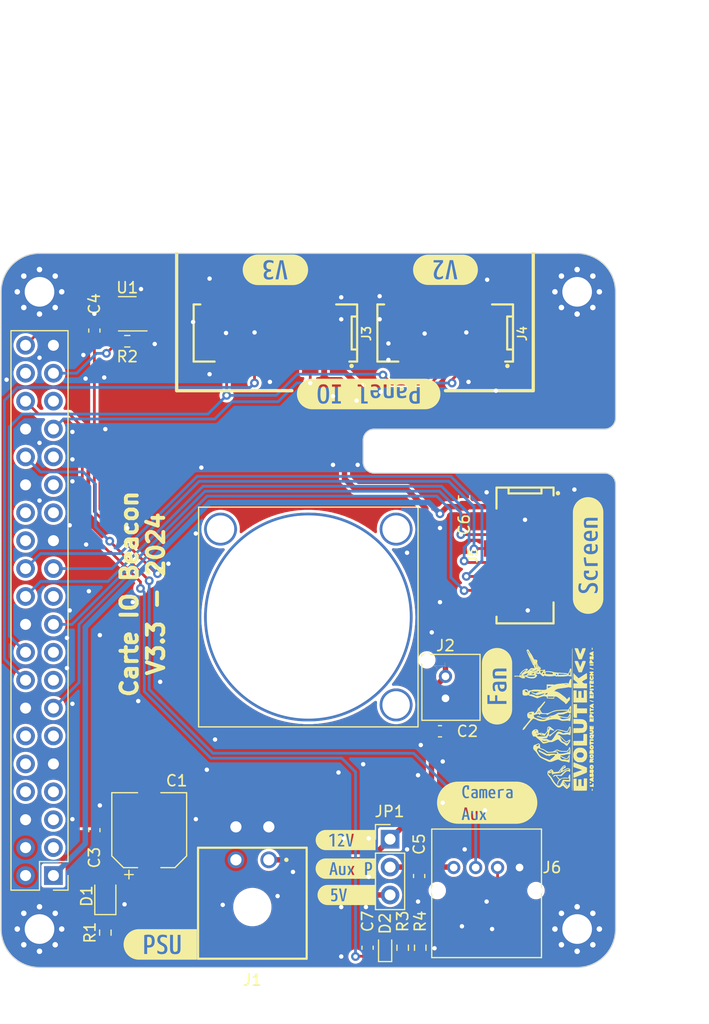
<source format=kicad_pcb>
(kicad_pcb (version 20221018) (generator pcbnew)
  (layers (0 "F.Cu" signal) (31 "B.Cu" signal) (34 "B.Paste" user) (35 "F.Paste" user) (36 "B.SilkS" user "B.Silkscreen") (37 "F.SilkS" user "F.Silkscreen") (38 "B.Mask" user) (39 "F.Mask" user) (44 "Edge.Cuts" user))
  (net 0 "")
  (net 1 "GND")
  (net 2 "+3.3V")
  (net 3 "+5V")
  (net 4 "+12V")
  (net 5 "Net-(D1-K)")
  (net 7 "/LGRE")
  (net 8 "/LRED")
  (net 9 "/BUZZER")
  (net 10 "/RST_H")
  (net 11 "Net-(J6-Pin_1)")
  (net 12 "/RST_S")
  (net 15 "/RST")
  (net 25 "Net-(J6-Pin_3)")
  (net 29 "/RST_OLED")
  (net 34 "/LEDS")
  (net 37 "/CONNECTED")
  (net 39 "/MOSI")
  (net 40 "/CE0")
  (net 41 "/SCLK")
  (net 42 "/DC")
  (footprint "kibuzzard-65F478FE" (layer "F.Cu") (at 36 115.4)
    (fp_text reference "kibuzzard-65F478FE" hide)
    (fp_text value "G***" hide)
  )
  (footprint "Resistor_SMD:R_0603_1608Metric" (layer "F.Cu") (at 58.1 115.7 90)
    (fp_text reference "R3" (at 2.4 0 90) (layer "F.SilkS"))
    (fp_text value "10K")
    (pad "1" smd roundrect (at -0.825 0 90) (size 0.8 0.95) (layers "F.Cu" "F.Paste" "F.Mask") (net 37 "/CONNECTED"))
    (pad "2" smd roundrect (at 0.825 0 90) (size 0.8 0.95) (layers "F.Cu" "F.Paste" "F.Mask") (net 25 "Net-(J6-Pin_3)"))
  )
  (footprint "ConnectorsEvo:690367281076" (layer "F.Cu") (at 46.5 59.75 180)
    (fp_text reference "J3" (at -8.3 -0.05 90) (layer "F.SilkS") (effects (font (size 0.8 0.8))))
    (fp_text value "Panel IO - Old")
    (pad "1" smd rect (at -5.715 -2.25 180) (size 1.5 3) (layers "F.Cu" "F.Paste" "F.Mask") (net 4 "+12V"))
    (pad "2" smd rect (at -4.445 2.25 180) (size 1.5 3) (layers "F.Cu" "F.Paste" "F.Mask"))
    (pad "3" smd rect (at -3.175 -2.25 180) (size 1.5 3) (layers "F.Cu" "F.Paste" "F.Mask") (net 9 "/BUZZER"))
    (pad "4" smd rect (at -1.905 2.25 180) (size 1.5 3) (layers "F.Cu" "F.Paste" "F.Mask"))
    (pad "5" smd rect (at -0.635 -2.25 180) (size 1.5 3) (layers "F.Cu" "F.Paste" "F.Mask") (net 1 "GND"))
    (pad "6" smd rect (at 0.635 2.25 180) (size 1.5 3) (layers "F.Cu" "F.Paste" "F.Mask"))
    (pad "7" smd rect (at 1.905 -2.25 180) (size 1.5 3) (layers "F.Cu" "F.Paste" "F.Mask") (net 8 "/LRED"))
    (pad "8" smd rect (at 3.175 2.25 180) (size 1.5 3) (layers "F.Cu" "F.Paste" "F.Mask"))
    (pad "9" smd rect (at 4.445 -2.25 180) (size 1.5 3) (layers "F.Cu" "F.Paste" "F.Mask") (net 7 "/LGRE"))
    (pad "10" smd rect (at 5.715 2.25 180) (size 1.5 3) (layers "F.Cu" "F.Paste" "F.Mask") (net 10 "/RST_H"))
  )
  (footprint "kibuzzard-65F47B56" (layer "F.Cu") (at 52.9 105.9)
    (fp_text reference "kibuzzard-65F47B56" hide)
    (fp_text value "G***" hide)
  )
  (footprint "Capacitor_SMD:C_0603_1608Metric" (layer "F.Cu") (at 63.7 74.7 -90)
    (fp_text reference "C6" (at 2.5 0 90) (layer "F.SilkS"))
    (fp_text value "4.7uF")
    (pad "1" smd roundrect (at -0.775 0 270) (size 0.9 0.95) (layers "F.Cu" "F.Paste" "F.Mask") (net 1 "GND"))
    (pad "2" smd roundrect (at 0.775 0 270) (size 0.9 0.95) (layers "F.Cu" "F.Paste" "F.Mask") (net 2 "+3.3V"))
  )
  (footprint "kibuzzard-65F47874" (layer "F.Cu") (at 46.5 54 180)
    (fp_text reference "kibuzzard-65F47874" hide)
    (fp_text value "G***" hide)
  )
  (footprint "Resistor_SMD:R_0603_1608Metric" (layer "F.Cu") (at 33 60.5)
    (fp_text reference "R2" (at 0 1.4) (layer "F.SilkS"))
    (fp_text value "10K")
    (pad "1" smd roundrect (at -0.825 0) (size 0.8 0.95) (layers "F.Cu" "F.Paste" "F.Mask") (net 12 "/RST_S"))
    (pad "2" smd roundrect (at 0.825 0) (size 0.8 0.95) (layers "F.Cu" "F.Paste" "F.Mask") (net 1 "GND"))
  )
  (footprint "Capacitor_SMD:C_0603_1608Metric" (layer "F.Cu") (at 61.5 96 180)
    (fp_text reference "C2" (at -2.5 0 180) (layer "F.SilkS"))
    (fp_text value "4.7uF")
    (pad "1" smd roundrect (at -0.775 0 180) (size 0.9 0.95) (layers "F.Cu" "F.Paste" "F.Mask") (net 1 "GND"))
    (pad "2" smd roundrect (at 0.775 0 180) (size 0.9 0.95) (layers "F.Cu" "F.Paste" "F.Mask") (net 4 "+12V"))
  )
  (footprint "kibuzzard-65F47805" (layer "F.Cu") (at 55 65.3 180)
    (fp_text reference "kibuzzard-65F47805" hide)
    (fp_text value "G***" hide)
  )
  (footprint "ConnectorsEvo:690367280876" (layer "F.Cu") (at 69.25 80 -90)
    (fp_text reference "J5" (at 0 4.75 -90) (layer "F.SilkS") (effects (font (size 0.8 0.8))))
    (fp_text value "Screen")
    (pad "1" smd rect (at -4.445 -2.25 270) (size 1.5 3) (layers "F.Cu" "F.Paste" "F.Mask") (net 2 "+3.3V"))
    (pad "2" smd rect (at -3.175 2.25 270) (size 1.5 3) (layers "F.Cu" "F.Paste" "F.Mask") (net 1 "GND"))
    (pad "3" smd rect (at -1.905 -2.25 270) (size 1.5 3) (layers "F.Cu" "F.Paste" "F.Mask") (net 39 "/MOSI"))
    (pad "4" smd rect (at -0.635 2.25 270) (size 1.5 3) (layers "F.Cu" "F.Paste" "F.Mask") (net 41 "/SCLK"))
    (pad "5" smd rect (at 0.635 -2.25 270) (size 1.5 3) (layers "F.Cu" "F.Paste" "F.Mask") (net 40 "/CE0"))
    (pad "6" smd rect (at 1.905 2.25 270) (size 1.5 3) (layers "F.Cu" "F.Paste" "F.Mask") (net 42 "/DC"))
    (pad "7" smd rect (at 3.175 -2.25 270) (size 1.5 3) (layers "F.Cu" "F.Paste" "F.Mask") (net 29 "/RST_OLED"))
    (pad "8" smd rect (at 4.445 2.25 270) (size 1.5 3) (layers "F.Cu" "F.Paste" "F.Mask"))
  )
  (footprint "Capacitor_SMD:C_0603_1608Metric" (layer "F.Cu") (at 54.9 115.7 -90)
    (fp_text reference "C7" (at -2.4 0 90) (layer "F.SilkS"))
    (fp_text value "100nF")
    (pad "1" smd roundrect (at -0.775 0 270) (size 0.9 0.95) (layers "F.Cu" "F.Paste" "F.Mask") (net 1 "GND"))
    (pad "2" smd roundrect (at 0.775 0 270) (size 0.9 0.95) (layers "F.Cu" "F.Paste" "F.Mask") (net 37 "/CONNECTED"))
  )
  (footprint "kibuzzard-65F478C7" (layer "F.Cu") (at 66.7 91.9 90)
    (fp_text reference "kibuzzard-65F478C7" hide)
    (fp_text value "G***" hide)
  )
  (footprint "ComponentsEvo:20x20x10_DC_FAN" (layer "F.Cu") (at 49.5 85.6 -90)
    (fp_text reference "M1" hide)
    (fp_text value "Fan_20x20mm")
    (pad "" np_thru_hole circle (at -8 -8 270) (size 3 3) (drill 2.5) (layers "*.Cu" "*.Mask"))
    (pad "" np_thru_hole circle (at -8 8) (size 3 3) (drill 2.5) (layers "*.Cu" "*.Mask"))
    (pad "" np_thru_hole circle (at 0 0 270) (size 19 19) (drill 18.5) (layers "*.Cu" "*.Mask"))
    (pad "" np_thru_hole circle (at 8 -8 270) (size 3 3) (drill 2.5) (layers "*.Cu" "*.Mask"))
  )
  (footprint "kibuzzard-65F478A9" (layer "F.Cu") (at 75 80 90)
    (fp_text reference "kibuzzard-65F478A9" hide)
    (fp_text value "G***" hide)
  )
  (footprint "ComponentsEvo:logo-evo-min" (layer "F.Cu") (at 71.760768 94.823673 90)
    (fp_text reference "G***" hide)
    (fp_text value "LOGO" hide)
  )
  (footprint "ConnectorsEvo:S04B-PASK" (layer "F.Cu") (at 65.75 108.4 180)
    (fp_text reference "J6" (at -5.95 0) (layer "F.SilkS"))
    (fp_text value "CACA")
    (pad "" np_thru_hole circle (at -4.5 -2.1 180) (size 1.1 1.1) (drill 1.1) (layers "*.Cu" "*.Mask"))
    (pad "" np_thru_hole circle (at 4.5 -2.1 180) (size 1.1 1.1) (drill 1.1) (layers "*.Cu" "*.Mask"))
    (pad "1" thru_hole circle (at 3 0 180) (size 1.208 1.208) (drill 0.7) (layers "*.Cu" "*.Mask" "B.Adhes") (net 11 "Net-(J6-Pin_1)"))
    (pad "2" thru_hole circle (at 1 0 180) (size 1.208 1.208) (drill 0.7) (layers "*.Cu" "*.Mask") (net 34 "/LEDS"))
    (pad "3" thru_hole circle (at -1 0 180) (size 1.208 1.208) (drill 0.7) (layers "*.Cu" "*.Mask") (net 25 "Net-(J6-Pin_3)"))
    (pad "4" thru_hole circle (at -3 0 180) (size 1.208 1.208) (drill 0.7) (layers "*.Cu" "*.Mask") (net 1 "GND"))
  )
  (footprint "Package_TO_SOT_SMD:SOT-23-5" (layer "F.Cu") (at 33 58 180)
    (fp_text reference "U1" (at 0 2.375) (layer "F.SilkS"))
    (fp_text value "SN74LVC1G32")
    (pad "1" smd roundrect (at -1.1375 -0.95 180) (size 1.325 0.6) (layers "F.Cu" "F.Paste" "F.Mask") (net 10 "/RST_H"))
    (pad "2" smd roundrect (at -1.1375 0 180) (size 1.325 0.6) (layers "F.Cu" "F.Paste" "F.Mask") (net 12 "/RST_S"))
    (pad "3" smd roundrect (at -1.1375 0.95 180) (size 1.325 0.6) (layers "F.Cu" "F.Paste" "F.Mask") (net 1 "GND"))
    (pad "4" smd roundrect (at 1.1375 0.95 180) (size 1.325 0.6) (layers "F.Cu" "F.Paste" "F.Mask") (net 15 "/RST"))
    (pad "5" smd roundrect (at 1.1375 -0.95 180) (size 1.325 0.6) (layers "F.Cu" "F.Paste" "F.Mask") (net 2 "+3.3V"))
  )
  (footprint "Capacitor_SMD:C_0603_1608Metric" (layer "F.Cu") (at 30 59.525 -90)
    (fp_text reference "C4" (at -2.425 0 90) (layer "F.SilkS"))
    (fp_text value "100nF")
    (pad "1" smd roundrect (at -0.775 0 270) (size 0.9 0.95) (layers "F.Cu" "F.Paste" "F.Mask") (net 1 "GND"))
    (pad "2" smd roundrect (at 0.775 0 270) (size 0.9 0.95) (layers "F.Cu" "F.Paste" "F.Mask") (net 2 "+3.3V"))
  )
  (footprint "ConnectorsEvo:690367280876" (layer "F.Cu") (at 61.975 59.75 180)
    (fp_text reference "J4" (at -7.025 -0.05 90) (layer "F.SilkS") (effects (font (size 0.8 0.8))))
    (fp_text value "Panel IO")
    (pad "1" smd rect (at -4.445 -2.25 180) (size 1.5 3) (layers "F.Cu" "F.Paste" "F.Mask") (net 4 "+12V"))
    (pad "2" smd rect (at -3.175 2.25 180) (size 1.5 3) (layers "F.Cu" "F.Paste" "F.Mask") (net 10 "/RST_H"))
    (pad "3" smd rect (at -1.905 -2.25 180) (size 1.5 3) (layers "F.Cu" "F.Paste" "F.Mask") (net 9 "/BUZZER"))
    (pad "4" smd rect (at -0.635 2.25 180) (size 1.5 3) (layers "F.Cu" "F.Paste" "F.Mask"))
    (pad "5" smd rect (at 0.635 -2.25 180) (size 1.5 3) (layers "F.Cu" "F.Paste" "F.Mask") (net 7 "/LGRE"))
    (pad "6" smd rect (at 1.905 2.25 180) (size 1.5 3) (layers "F.Cu" "F.Paste" "F.Mask") (net 8 "/LRED"))
    (pad "7" smd rect (at 3.175 -2.25 180) (size 1.5 3) (layers "F.Cu" "F.Paste" "F.Mask"))
    (pad "8" smd rect (at 4.445 2.25 180) (size 1.5 3) (layers "F.Cu" "F.Paste" "F.Mask") (net 1 "GND"))
  )
  (footprint "Resistor_SMD:R_0603_1608Metric" (layer "F.Cu") (at 31 114.325 -90)
    (fp_text reference "R1" (at 0 1.4 90) (layer "F.SilkS"))
    (fp_text value "1K")
    (pad "1" smd roundrect (at -0.825 0 270) (size 0.8 0.95) (layers "F.Cu" "F.Paste" "F.Mask") (net 5 "Net-(D1-K)"))
    (pad "2" smd roundrect (at 0.825 0 270) (size 0.8 0.95) (layers "F.Cu" "F.Paste" "F.Mask") (net 1 "GND"))
  )
  (footprint "kibuzzard-65F47AFD" (layer "F.Cu") (at 65.8 102.5)
    (fp_text reference "kibuzzard-65F47AFD" hide)
    (fp_text value "G***" hide)
  )
  (footprint "Diode_SMD:D_0805_2012Metric" (layer "F.Cu") (at 31 111 90)
    (fp_text reference "D1" (at 0 -1.7 90) (layer "F.SilkS"))
    (fp_text value "RED")
    (pad "1" smd roundrect (at -0.9375 0 90) (size 0.975 1.4) (layers "F.Cu" "F.Paste" "F.Mask") (net 5 "Net-(D1-K)"))
    (pad "2" smd roundrect (at 0.9375 0 90) (size 0.975 1.4) (layers "F.Cu" "F.Paste" "F.Mask") (net 3 "+5V"))
  )
  (footprint "ConnectorsEvo:66200421022" (layer "F.Cu") (at 44.4 111.65)
    (fp_text reference "J1" (at 0 7) (layer "F.SilkS"))
    (fp_text value "PSU")
    (pad "" np_thru_hole circle (at 0 0.35) (size 3 3) (drill 3) (layers "*.Cu" "*.Mask"))
    (pad "1" thru_hole circle (at 1.5 -3.95) (size 1.53 1.53) (drill 1.02) (layers "*.Cu" "*.Mask") (net 4 "+12V"))
    (pad "2" thru_hole circle (at -1.5 -3.95) (size 1.53 1.53) (drill 1.02) (layers "*.Cu" "*.Mask") (net 3 "+5V"))
    (pad "3" thru_hole circle (at 1.5 -6.95) (size 1.53 1.53) (drill 1.02) (layers "*.Cu" "*.Mask") (net 1 "GND"))
    (pad "4" thru_hole circle (at -1.5 -6.95) (size 1.53 1.53) (drill 1.02) (layers "*.Cu" "*.Mask") (net 1 "GND"))
  )
  (footprint "Capacitor_SMD:CP_Elec_6.3x7.7" (layer "F.Cu") (at 35 105 90)
    (fp_text reference "C1" (at 4.5 2.5) (layer "F.SilkS"))
    (fp_text value "100uF")
    (pad "1" smd roundrect (at -2.7 0 90) (size 3.5 1.6) (layers "F.Cu" "F.Paste" "F.Mask") (roundrect_rratio 0.15625) (net 3 "+5V"))
    (pad "2" smd roundrect (at 2.7 0 90) (size 3.5 1.6) (layers "F.Cu" "F.Paste" "F.Mask") (roundrect_rratio 0.15625) (net 1 "GND"))
  )
  (footprint "kibuzzard-65F47B76" (layer "F.Cu") (at 53 110.9)
    (fp_text reference "kibuzzard-65F47B76" hide)
    (fp_text value "G***" hide)
  )
  (footprint "Diode_SMD:D_SOD-523" (layer "F.Cu") (at 56.5 115.7 90)
    (fp_text reference "D2" (at 2.2 0 90) (layer "F.SilkS"))
    (fp_text value "3V")
    (pad "1" smd roundrect (at -0.7 0 270) (size 0.6 0.7) (layers "F.Cu" "F.Paste" "F.Mask") (net 37 "/CONNECTED"))
    (pad "2" smd roundrect (at 0.7 0 270) (size 0.6 0.7) (layers "F.Cu" "F.Paste" "F.Mask") (net 1 "GND"))
  )
  (footprint "ConnectorsEvo:B02B-PASK" (layer "F.Cu") (at 62 92 90)
    (fp_text reference "J2" (at 3.8 0 180) (layer "F.SilkS"))
    (fp_text value "FAN")
    (fp_text user "1" (at 1.968 -0.5 90) (layer "F.SilkS") (effects (font (thickness 0.015))))
    (pad "" np_thru_hole circle (at 2.5 -1.7 90) (size 1.1 1.1) (drill 1.1) (layers "*.Cu" "*.Mask"))
    (pad "1" thru_hole circle (at 1 0 90) (size 1.208 1.208) (drill 0.7) (layers "*.Cu" "*.Mask" "B.Adhes") (net 4 "+12V"))
    (pad "2" thru_hole circle (at -1 0 90) (size 1.208 1.208) (drill 0.7) (layers "*.Cu" "*.Mask") (net 1 "GND"))
  )
  (footprint "Capacitor_SMD:C_0603_1608Metric" (layer "F.Cu") (at 59.6 109.175 90)
    (fp_text reference "C5" (at 2.9 0 90) (layer "F.SilkS"))
    (fp_text value "4.7uF")
    (pad "1" smd roundrect (at -0.775 0 90) (size 0.9 0.95) (layers "F.Cu" "F.Paste" "F.Mask") (net 1 "GND"))
    (pad "2" smd roundrect (at 0.775 0 90) (size 0.9 0.95) (layers "F.Cu" "F.Paste" "F.Mask") (net 11 "Net-(J6-Pin_1)"))
  )
  (footprint "ComponentsEvo:Shield_Raspberry_Pi_with_11mm_Header" (layer "F.Cu") (at 25 85)
    (fp_text reference "U2" hide)
    (fp_text value "RaspberryPI")
    (pad "1" thru_hole rect locked (at 1.27 24.13 180) (size 1.7 1.7) (drill 1) (layers "*.Cu" "*.Mask") (net 2 "+3.3V"))
    (pad "2" thru_hole oval locked (at -1.27 24.13 180) (size 1.7 1.7) (drill 1) (layers "*.Cu" "*.Mask") (net 3 "+5V"))
    (pad "3" thru_hole oval locked (at 1.27 21.59 180) (size 1.7 1.7) (drill 1) (layers "*.Cu" "*.Mask"))
    (pad "4" thru_hole oval locked (at -1.27 21.59 180) (size 1.7 1.7) (drill 1) (layers "*.Cu" "*.Mask") (net 3 "+5V"))
    (pad "5" thru_hole oval locked (at 1.27 19.05 180) (size 1.7 1.7) (drill 1) (layers "*.Cu" "*.Mask"))
    (pad "6" thru_hole oval locked (at -1.27 19.05 180) (size 1.7 1.7) (drill 1) (layers "*.Cu" "*.Mask") (net 1 "GND"))
    (pad "7" thru_hole oval locked (at 1.27 16.51 180) (size 1.7 1.7) (drill 1) (layers "*.Cu" "*.Mask"))
    (pad "8" thru_hole oval locked (at -1.27 16.51 180) (size 1.7 1.7) (drill 1) (layers "*.Cu" "*.Mask"))
    (pad "9" thru_hole oval locked (at 1.27 13.97 180) (size 1.7 1.7) (drill 1) (layers "*.Cu" "*.Mask") (net 1 "GND"))
    (pad "10" thru_hole oval locked (at -1.27 13.97 180) (size 1.7 1.7) (drill 1) (layers "*.Cu" "*.Mask"))
    (pad "11" thru_hole oval locked (at 1.27 11.43 180) (size 1.7 1.7) (drill 1) (layers "*.Cu" "*.Mask"))
    (pad "12" thru_hole oval locked (at -1.27 11.43 180) (size 1.7 1.7) (drill 1) (layers "*.Cu" "*.Mask"))
    (pad "13" thru_hole oval locked (at 1.27 8.89 180) (size 1.7 1.7) (drill 1) (layers "*.Cu" "*.Mask") (net 29 "/RST_OLED"))
    (pad "14" thru_hole oval locked (at -1.27 8.89 180) (size 1.7 1.7) (drill 1) (layers "*.Cu" "*.Mask") (net 1 "GND"))
    (pad "15" thru_hole oval locked (at 1.27 6.35 180) (size 1.7 1.7) (drill 1) (layers "*.Cu" "*.Mask"))
    (pad "16" thru_hole oval locked (at -1.27 6.35 180) (size 1.7 1.7) (drill 1) (layers "*.Cu" "*.Mask") (net 8 "/LRED"))
    (pad "17" thru_hole oval locked (at 1.27 3.81 180) (size 1.7 1.7) (drill 1) (layers "*.Cu" "*.Mask"))
    (pad "18" thru_hole oval locked (at -1.27 3.81 180) (size 1.7 1.7) (drill 1) (layers "*.Cu" "*.Mask") (net 7 "/LGRE"))
    (pad "19" thru_hole oval locked (at 1.27 1.27 180) (size 1.7 1.7) (drill 1) (layers "*.Cu" "*.Mask") (net 39 "/MOSI"))
    (pad "20" thru_hole oval locked (at -1.27 1.27 180) (size 1.7 1.7) (drill 1) (layers "*.Cu" "*.Mask") (net 1 "GND"))
    (pad "21" thru_hole oval locked (at 1.27 -1.27 180) (size 1.7 1.7) (drill 1) (layers "*.Cu" "*.Mask"))
    (pad "22" thru_hole oval locked (at -1.27 -1.27 180) (size 1.7 1.7) (drill 1) (layers "*.Cu" "*.Mask") (net 40 "/CE0"))
    (pad "23" thru_hole oval locked (at 1.27 -3.81 180) (size 1.7 1.7) (drill 1) (layers "*.Cu" "*.Mask") (net 41 "/SCLK"))
    (pad "24" thru_hole oval locked (at -1.27 -3.81 180) (size 1.7 1.7) (drill 1) (layers "*.Cu" "*.Mask") (net 42 "/DC"))
    (pad "25" thru_hole oval locked (at 1.27 -6.35 180) (size 1.7 1.7) (drill 1) (layers "*.Cu" "*.Mask") (net 1 "GND"))
    (pad "26" thru_hole oval locked (at -1.27 -6.35 180) (size 1.7 1.7) (drill 1) (layers "*.Cu" "*.Mask"))
    (pad "27" thru_hole oval locked (at 1.27 -8.89 180) (size 1.7 1.7) (drill 1) (layers "*.Cu" "*.Mask"))
    (pad "28" thru_hole oval locked (at -1.27 -8.89 180) (size 1.7 1.7) (drill 1) (layers "*.Cu" "*.Mask"))
    (pad "29" thru_hole oval locked (at 1.27 -11.43 180) (size 1.7 1.7) (drill 1) (layers "*.Cu" "*.Mask"))
    (pad "30" thru_hole oval locked (at -1.27 -11.43 180) (size 1.7 1.7) (drill 1) (layers "*.Cu" "*.Mask") (net 1 "GND"))
    (pad "31" thru_hole oval locked (at 1.27 -13.97 180) (size 1.7 1.7) (drill 1) (layers "*.Cu" "*.Mask"))
    (pad "32" thru_hole oval locked (at -1.27 -13.97 180) (size 1.7 1.7) (drill 1) (layers "*.Cu" "*.Mask") (net 34 "/LEDS"))
    (pad "33" thru_hole oval locked (at 1.27 -16.51 180) (size 1.7 1.7) (drill 1) (layers "*.Cu" "*.Mask") (net 9 "/BUZZER"))
    (pad "34" thru_hole oval locked (at -1.27 -16.51 180) (size 1.7 1.7) (drill 1) (layers "*.Cu" "*.Mask") (net 1 "GND"))
    (pad "35" thru_hole oval locked (at 1.27 -19.05 180) (size 1.7 1.7) (drill 1) (layers "*.Cu" "*.Mask"))
    (pad "36" thru_hole oval locked (at -1.27 -19.05 180) (size 1.7 1.7) (drill 1) (layers "*.Cu" "*.Mask") (net 37 "/CONNECTED"))
    (pad "37" thru_hole oval locked (at 1.27 -21.59 180) (size 1.7 1.7) (drill 1) (layers "*.Cu" "*.Mask") (net 12 "/RST_S"))
    (pad "38" thru_hole oval locked (at -1.27 -21.59 180) (size 1.7 1.7) (drill 1) (layers "*.Cu" "*.Mask"))
    (pad "39" thru_hole oval locked (at 1.27 -24.13 180) (size 1.7 1.7) (drill 1) (layers "*.Cu" "*.Mask") (net 1 "GND"))
    (pad "40" thru_hole oval locked (at -1.27 -24.13 180) (size 1.7 1.7) (drill 1) (layers "*.Cu" "*.Mask") (net 15 "/RST"))
    (pad "MH" thru_hole circle locked (at -2.025 -29) (size 0.8 0.8) (drill 0.5) (layers "*.Cu" "*.Mask") (net 1 "GND"))
    (pad "MH" thru_hole circle locked (at -2.025 29) (size 0.8 0.8) (drill 0.5) (layers "*.Cu" "*.Mask") (net 1 "GND"))
    (pad "MH" thru_hole circle locked (at -1.431891 -30.431891) (size 0.8 0.8) (drill 0.5) (layers "*.Cu" "*.Mask") (net 1 "GND"))
    (pad "MH" thru_hole circle locked (at -1.431891 -27.568109) (size 0.8 0.8) (drill 0.5) (layers "*.Cu" "*.Mask") (net 1 "GND"))
    (pad "MH" thru_hole circle locked (at -1.431891 27.568109) (size 0.8 0.8) (drill 0.5) (layers "*.Cu" "*.Mask") (net 1 "GND"))
    (pad "MH" thru_hole circle locked (at -1.431891 30.431891) (size 0.8 0.8) (drill 0.5) (layers "*.Cu" "*.Mask") (net 1 "GND"))
    (pad "MH" thru_hole circle locked (at 0 -31.025) (size 0.8 0.8) (drill 0.5) (layers "*.Cu" "*.Mask") (net 1 "GND"))
    (pad "MH" thru_hole circle locked (at 0 -29) (size 5.4 5.4) (drill 2.7) (layers "*.Cu" "*.Mask") (net 1 "GND"))
    (pad "MH" thru_hole circle locked (at 0 -26.975) (size 0.8 0.8) (drill 0.5) (layers "*.Cu" "*.Mask") (net 1 "GND"))
    (pad "MH" thru_hole circle locked (at 0 26.975) (size 0.8 0.8) (drill 0.5) (layers "*.Cu" "*.Mask") (net 1 "GND"))
    (pad "MH" thru_hole circle locked (at 0 29) (size 5.4 5.4) (drill 2.7) (layers "*.Cu" "*.Mask") (net 1 "GND"))
    (pad "MH" thru_hole circle locked (at 0 31.025) (size 0.8 0.8) (drill 0.5) (layers "*.Cu" "*.Mask") (net 1 "GND"))
    (pad "MH" thru_hole circle locked (at 1.431891 -30.431891) (size 0.8 0.8) (drill 0.5) (layers "*.Cu" "*.Mask") (net 1 "GND"))
    (pad "MH" thru_hole circle locked (at 1.431891 -27.568109) (size 0.8 0.8) (drill 0.5) (layers "*.Cu" "*.Mask") (net 1 "GND"))
    (pad "MH" thru_hole circle locked (at 1.431891 27.568109) (size 0.8 0.8) (drill 0.5) (layers "*.Cu" "*.Mask") (net 1 "GND"))
    (pad "MH" thru_hole circle locked (at 1.431891 30.431891) (size 0.8 0.8) (drill 0.5) (layers "*.Cu" "*.Mask") (net 1 "GND"))
    (pad "MH" thru_hole circle locked (at 2.025 -29) (size 0.8 0.8) (drill 0.5) (layers "*.Cu" "*.Mask") (net 1 "GND"))
    (pad "MH" thru_hole circle locked (at 2.025 29) (size 0.8 0.8) (drill 0.5) (layers "*.Cu" "*.Mask") (net 1 "GND"))
    (pad "MH" thru_hole circle locked (at 46.975 -29) (size 0.8 0.8) (drill 0.5) (layers "*.Cu" "*.Mask") (net 1 "GND"))
    (pad "MH" thru_hole circle locked (at 46.975 29) (size 0.8 0.8) (drill 0.5) (layers "*.Cu" "*.Mask") (net 1 "GND"))
    (pad "MH" thru_hole circle locked (at 47.568109 -30.431891) (size 0.8 0.8) (drill 0.5) (layers "*.Cu" "*.Mask") (net 1 "GND"))
    (pad "MH" thru_hole circle locked (at 47.568109 -27.568109) (size 0.8 0.8) (drill 0.5) (layers "*.Cu" "*.Mask") (net 1 "GND"))
    (pad "MH" thru_hole circle locked (at 47.568109 27.568109) (size 0.8 0.8) (drill 0.5) (layers "*.Cu" "*.Mask") (net 1 "GND"))
    (pad "MH" thru_hole circle locked (at 47.568109 30.431891) (size 0.8 0.8) (drill 0.5) (layers "*.Cu" "*.Mask") (net 1 "GND"))
    (pad "MH" thru_hole circle locked (at 49 -31.025) (size 0.8 0.8) (drill 0.5) (layers "*.Cu" "*.Mask") (net 1 "GND"))
    (pad "MH" thru_hole circle locked (at 49 -29) (size 5.4 5.4) (drill 2.7) (layers "*.Cu" "*.Mask") (net 1 "GND"))
    (pad "MH" thru_hole circle locked (at 49 -26.975) (size 0.8 0.8) (drill 0.5) (layers "*.Cu" "*.Mask") (net 1 "GND"))
    (pad "MH" thru_hole circle locked (at 49 26.975) (size 0.8 0.8) (drill 0.5) (layers "*.Cu" "*.Mask") (net 1 "GND"))
    (pad "MH" thru_hole circle locked (at 49 29) (size 5.4 5.4) (drill 2.7) (layers "*.Cu" "*.Mask") (net 1 "GND"))
    (pad "MH" thru_hole circle locked (at 49 31.025) (size 0.8 0.8) (drill 0.5) (layers "*.Cu" "*.Mask") (net 1 "GND"))
    (pad "MH" thru_hole circle locked (at 50.431891 -30.431891) (size 0.8 0.8) (drill 0.5) (layers "*.Cu" "*.Mask") (net 1 "GND"))
    (pad "MH" thru_hole circle locked (at 50.431891 -27.568109) (size 0.8 0.8) (drill 0.5) (layers "*.Cu" "*.Mask") (net 1 "GND"))
    (pad "MH" thru_hole circle locked (at 50.431891 27.568109) (size 0.8 0.8) (drill 0.5) (layers "*.Cu" "*.Mask") (net 1 "GND"))
    (pad "MH" thru_hole circle locked (at 50.431891 30.431891) (size 0.8 0.8) (drill 0.5) (layers "*.Cu" "*.Mask") (net 1 "GND"))
    (pad "MH" thru_hole circle locked (at 51.025 -29) (size 0.8 0.8) (drill 0.5) (layers "*.Cu" "*.Mask") (net 1 "GND"))
    (pad "MH" thru_hole circle locked (at 51.025 29) (size 0.8 0.8) (drill 0.5) (layers "*.Cu" "*.Mask") (net 1 "GND"))
  )
  (footprint "Connector_PinHeader_2.54mm:PinHeader_1x03_P2.54mm_Vertical" (layer "F.Cu") (at 56.95 105.82)
    (fp_text reference "JP1" (at -0.05 -2.52) (layer "F.SilkS"))
    (fp_text value "Jumper_3_Open")
    (pad "1" thru_hole rect (at 0 0) (size 1.7 1.7) (drill 1) (layers "*.Cu" "*.Mask") (net 4 "+12V"))
    (pad "2" thru_hole oval (at 0 2.54) (size 1.7 1.7) (drill 1) (layers "*.Cu" "*.Mask") (net 11 "Net-(J6-Pin_1)"))
    (pad "3" thru_hole oval (at 0 5.08) (size 1.7 1.7) (drill 1) (layers "*.Cu" "*.Mask") (net 3 "+5V"))
  )
  (footprint "kibuzzard-65F4786A" (layer "F.Cu") (at 62 54 180)
    (fp_text reference "kibuzzard-65F4786A" hide)
    (fp_text value "G***" hide)
  )
  (footprint "kibuzzard-65F47B1F" (layer "F.Cu") (at 52.9 108.5)
    (fp_text reference "kibuzzard-65F47B1F" hide)
    (fp_text value "G***" hide)
  )
  (footprint "Capacitor_SMD:C_0603_1608Metric" (layer "F.Cu") (at 30 105 -90)
    (fp_text reference "C3" (at 2.5 0 90) (layer "F.SilkS"))
    (fp_text value "4.7uF")
    (pad "1" smd roundrect (at -0.775 0 270) (size 0.9 0.95) (layers "F.Cu" "F.Paste" "F.Mask") (net 1 "GND"))
    (pad "2" smd roundrect (at 0.775 0 270) (size 0.9 0.95) (layers "F.Cu" "F.Paste" "F.Mask") (net 3 "+5V"))
  )
  (footprint "Resistor_SMD:R_0603_1608Metric" (layer "F.Cu") (at 59.7 115.7 -90)
    (fp_text reference "R4" (at -2.4 0 90) (layer "F.SilkS"))
    (fp_text value "10K")
    (pad "1" smd roundrect (at -0.825 0 270) (size 0.8 0.95) (layers "F.Cu" "F.Paste" "F.Mask") (net 25 "Net-(J6-Pin_3)"))
    (pad "2" smd roundrect (at 0.825 0 270) (size 0.8 0.95) (layers "F.Cu" "F.Paste" "F.Mask") (net 1 "GND"))
  )
  (gr_line (start 70 65) (end 62 65) (stroke (width 0.3)) (layer "F.SilkS"))
  (gr_line (start 37.5 52.5) (end 37.5 65) (stroke (width 0.3)) (layer "F.SilkS"))
  (gr_line (start 48 65) (end 37.5 65) (stroke (width 0.3)) (layer "F.SilkS"))
  (gr_line (start 70 52.5) (end 70 65) (stroke (width 0.3)) (layer "F.SilkS"))
  (gr_arc (start 25 117.5) (mid 22.525126 116.474874) (end 21.5 114) (stroke (width 0.1)) (layer "Edge.Cuts"))
  (gr_line (start 76.5 72.5) (end 55.5 72.5) (stroke (width 0.1)) (layer "Edge.Cuts"))
  (gr_arc (start 54.5 69.5) (mid 54.792893 68.792893) (end 55.5 68.5) (stroke (width 0.1)) (layer "Edge.Cuts"))
  (gr_arc (start 21.5 56) (mid 22.525126 53.525126) (end 25 52.5) (stroke (width 0.1)) (layer "Edge.Cuts"))
  (gr_arc (start 77.5 114) (mid 76.474874 116.474874) (end 74 117.5) (stroke (width 0.1)) (layer "Edge.Cuts"))
  (gr_line (start 21.5 114) (end 21.5 56) (stroke (width 0.1)) (layer "Edge.Cuts"))
  (gr_arc (start 55.5 72.5) (mid 54.792893 72.207107) (end 54.5 71.5) (stroke (width 0.1)) (layer "Edge.Cuts"))
  (gr_arc (start 74 52.5) (mid 76.474874 53.525126) (end 77.5 56) (stroke (width 0.1)) (layer "Edge.Cuts"))
  (gr_line (start 77.5 67.5) (end 77.5 56) (stroke (width 0.1)) (layer "Edge.Cuts"))
  (gr_arc (start 76.5 72.5) (mid 77.207107 72.792893) (end 77.5 73.5) (stroke (width 0.1)) (layer "Edge.Cuts"))
  (gr_line (start 74 117.5) (end 25 117.5) (stroke (width 0.1)) (layer "Edge.Cuts"))
  (gr_line (start 55.5 68.5) (end 76.5 68.5) (stroke (width 0.1)) (layer "Edge.Cuts"))
  (gr_line (start 77.5 73.5) (end 77.5 114) (stroke (width 0.1)) (layer "Edge.Cuts"))
  (gr_line (start 54.5 71.5) (end 54.5 69.5) (stroke (width 0.1)) (layer "Edge.Cuts"))
  (gr_arc (start 77.5 67.5) (mid 77.207107 68.207107) (end 76.5 68.5) (stroke (width 0.1)) (layer "Edge.Cuts"))
  (gr_line (start 25 52.5) (end 74 52.5) (stroke (width 0.1)) (layer "Edge.Cuts"))
  (gr_text "Carte IO Beacon\nV3.3 - 2024" (at 34.4 83.5 90) (layer "F.SilkS") (effects (font (size 1.5 1.5) (thickness 0.35) bold)))
  (via (at 40.5 54.8) (size 0.8) (drill 0.4) (layers "F.Cu" "B.Cu") (net 1))
  (via (at 55 105.75) (size 0.8) (drill 0.4) (layers "F.Cu" "B.Cu") (net 1))
  (via (at 65.75 74.25) (size 0.8) (drill 0.4) (layers "F.Cu" "B.Cu") (net 1))
  (via (at 56.8 62.2) (size 0.8) (drill 0.4) (layers "F.Cu" "B.Cu") (net 1))
  (via (at 25 62) (size 0.8) (drill 0.4) (layers "F.Cu" "B.Cu") (net 1))
  (via (at 69.5 85) (size 0.8) (drill 0.4) (layers "F.Cu" "B.Cu") (net 1))
  (via (at 63.5 113.75) (size 0.8) (drill 0.4) (layers "F.Cu" "B.Cu") (net 1))
  (via (at 55 109.25) (size 0.8) (drill 0.4) (layers "F.Cu" "B.Cu") (net 1))
  (via (at 52.5 116.5) (size 0.8) (drill 0.4) (layers "F.Cu" "B.Cu") (net 1))
  (via (at 52.5 112) (size 0.8) (drill 0.4) (layers "F.Cu" "B.Cu") (net 1))
  (via (at 39.25 78) (size 0.8) (drill 0.4) (layers "F.Cu" "B.Cu") (net 1))
  (via (at 66.6 65) (size 0.8) (drill 0.4) (layers "F.Cu" "B.Cu") (net 1))
  (via (at 58.5 79.75) (size 0.8) (drill 0.4) (layers "F.Cu" "B.Cu") (net 1))
  (via (at 61.75 102.5) (size 0.8) (drill 0.4) (layers "F.Cu" "B.Cu") (net 1))
  (via (at 46.7 111) (size 0.8) (drill 0.4) (layers "F.Cu" "B.Cu") (net 1))
  (via (at 73.75 74) (size 0.8) (drill 0.4) (layers "F.Cu" "B.Cu") (net 1))
  (via (at 61 115.75) (size 0.8) (drill 0.4) (layers "F.Cu" "B.Cu") (net 1))
  (via (at 31 68.5) (size 0.8) (drill 0.4) (layers "F.Cu" "B.Cu") (net 1))
  (via (at 44.6 59.7) (size 0.8) (drill 0.4) (layers "F.Cu" "B.Cu") (net 1))
  (via (at 28 73.25) (size 0.8) (drill 0.4) (layers "F.Cu" "B.Cu") (net 1))
  (via (at 53.9 65.9) (size 0.8) (drill 0.4) (layers "F.Cu" "B.Cu") (net 1))
  (via (at 28 68.75) (size 0.8) (drill 0.4) (layers "F.Cu" "B.Cu") (net 1))
  (via (at 39.75 72) (size 0.8) (drill 0.4) (layers "F.Cu" "B.Cu") (net 1))
  (via (at 61.75 98.75) (size 0.8) (drill 0.4) (layers "F.Cu" "B.Cu") (net 1))
  (via (at 28 104) (size 0.8) (drill 0.4) (layers "F.Cu" "B.Cu") (net 1))
  (via (at 29.2 63.9) (size 0.8) (drill 0.4) (layers "F.Cu" "B.Cu") (net 1))
  (via (at 40.25 99.5) (size 0.8) (drill 0.4) (layers "F.Cu" "B.Cu") (net 1))
  (via (at 32.75 111.75) (size 0.8) (drill 0.4) (layers "F.Cu" "B.Cu") (net 1))
  (via (at 28 93.5) (size 0.8) (drill 0.4) (layers "F.Cu" "B.Cu") (net 1))
  (via (at 56 58.5) (size 0.8) (drill 0.4) (layers "F.Cu" "B.Cu") (net 1))
  (via (at 36.75 80.75) (size 0.8) (drill 0.4) (layers "F.Cu" "B.Cu") (net 1))
  (via (at 34.25 55.75) (size 0.8) (drill 0.4) (layers "F.Cu" "B.Cu") (net 1))
  (via (at 65.8 54.9) (size 0.8) (drill 0.4) (layers "F.Cu" "B.Cu") (net 1))
  (via (at 59.75 97.25) (size 0.8) (drill 0.4) (layers "F.Cu" "B.Cu") (net 1))
  (via (at 54.75 112) (size 0.8) (drill 0.4) (layers "F.Cu" "B.Cu") (net 1))
  (via (at 30.9 63.8) (size 0.8) (drill 0.4) (layers "F.Cu" "B.Cu") (net 1))
  (via (at 30 58) (size 0.8) (drill 0.4) (layers "F.Cu" "B.Cu") (net 1))
  (via (at 29.25 79) (size 0.8) (drill 0.4) (layers "F.Cu" "B.Cu") (net 1))
  (via (at 60.75 87) (size 0.8) (drill 0.4) (layers "F.Cu" "B.Cu") (net 1))
  (via (at 40.5 63.5) (size 0.8) (drill 0.4) (layers "F.Cu" "B.Cu") (net 1))
  (via (at 35.5 60.75) (size 0.8) (drill 0.4) (layers "F.Cu" "B.Cu") (net 1))
  (via (at 65.75 111.5) (size 0.8) (drill 0.4) (layers "F.Cu" "B.Cu") (net 1))
  (via (at 46 64.2) (size 0.8) (drill 0.4) (layers "F.Cu" "B.Cu") (net 1))
  (via (at 52.75 105.75) (size 0.8) (drill 0.4) (layers "F.Cu" "B.Cu") (net 1))
  (via (at 27.75 85) (size 0.8) (drill 0.4) (layers "F.Cu" "B.Cu") (net 1))
  (via (at 48.1 108.8) (size 0.8) (drill 0.4) (layers "F.Cu" "B.Cu") (net 1))
  (via (at 34 93.25) (size 0.8) (drill 0.4) (layers "F.Cu" "B.Cu") (net 1))
  (via (at 27.75 77.25) (size 0.8) (drill 0.4) (layers "F.Cu" "B.Cu") (net 1))
  (via (at 61.5 84.25) (size 0.8) (drill 0.4) (layers "F.Cu" "B.Cu") (net 1))
  (via (at 63.9 59.7) (size 0.8) (drill 0.4) (layers "F.Cu" "B.Cu") (net 1))
  (via (at 64.1 64.2) (size 0.8) (drill 0.4) (layers "F.Cu" "B.Cu") (net 1))
  (via (at 56.1 65.1) (size 0.8) (drill 0.4) (layers "F.Cu" "B.Cu") (net 1))
  (via (at 51.75 71.75) (size 0.8) (drill 0.4) (layers "F.Cu" "B.Cu") (net 1))
  (via (at 52.25 99.75) (size 0.8) (drill 0.4) (layers "F.Cu" "B.Cu") (net 1))
  (via (at 63.75 106.75) (size 0.8) (drill 0.4) (layers "F.Cu" "B.Cu") (net 1))
  (via (at 60.1 59.8) (size 0.8) (drill 0.4) (layers "F.Cu" "B.Cu") (net 1))
  (via (at 39.25 104) (size 0.8) (drill 0.4) (layers "F.Cu" "B.Cu") (net 1))
  (via (at 51.75 65.5) (size 0.8) (drill 0.4) (layers "F.Cu" "B.Cu") (net 1))
  (via (at 25 75) (size 0.8) (drill 0.4) (layers "F.Cu" "B.Cu") (net 1))
  (via (at 58.5 106.75) (size 0.8) (drill 0.4) (layers "F.Cu" "B.Cu") (net 1))
  (via (at 27.5 87.5) (size 0.8) (drill 0.4) (layers "F.Cu" "B.Cu") (net 1))
  (via (at 27.5 90.25) (size 0.8) (drill 0.4) (layers "F.Cu" "B.Cu") (net 1))
  (via (at 41.7 111.8) (size 0.8) (drill 0.4) (layers "F.Cu" "B.Cu") (net 1))
  (via (at 41 96.75) (size 0.8) (drill 0.4) (layers "F.Cu" "B.Cu") (net 1))
  (via (at 56.8 60.7) (size 0.8) (drill 0.4) (layers "F.Cu" "B.Cu") (net 1))
  (via (at 36 91.5) (size 0.8) (drill 0.4) (layers "F.Cu" "B.Cu") (net 1))
  (via (at 22 64) (size 0.8) (drill 0.4) (layers "F.Cu" "B.Cu") (net 1))
  (via (at 29 61.75) (size 0.8) (drill 0.4) (layers "F.Cu" "B.Cu") (net 1))
  (via (at 54.5 99) (size 0.8) (drill 0.4) (layers "F.Cu" "B.Cu") (net 1))
  (via (at 28 71.25) (size 0.8) (drill 0.4) (layers "F.Cu" "B.Cu") (net 1))
  (via (at 39 58.75) (size 0.8) (drill 0.4) (layers "F.Cu" "B.Cu") (net 1))
  (via (at 25 69.75) (size 0.8) (drill 0.4) (layers "F.Cu" "B.Cu") (net 1))
  (via (at 61.5 77.5) (size 0.8) (drill 0.4) (layers "F.Cu" "B.Cu") (net 1))
  (via (at 29.5 83.25) (size 0.8) (drill 0.4) (layers "F.Cu" "B.Cu") (net 1))
  (via (at 59.5 100) (size 0.8) (drill 0.4) (layers "F.Cu" "B.Cu") (net 1))
  (via (at 52.5 58.5) (size 0.8) (drill 0.4) (layers "F.Cu" "B.Cu") (net 1))
  (via (at 30.5 87.25) (size 0.8) (drill 0.4) (layers "F.Cu" "B.Cu") (net 1))
  (via (at 52.5 56.5) (size 0.8) (drill 0.4) (layers "F.Cu" "B.Cu") (net 1))
  (via (at 59.5 111.5) (size 0.8) (drill 0.4) (layers "F.Cu" "B.Cu") (net 1))
  (via (at 65.6 103.2) (size 0.8) (drill 0.4) (layers "F.Cu" "B.Cu") (net 1))
  (via (at 33.5 84.25) (size 0.8) (drill 0.4) (layers "F.Cu" "B.Cu") (net 1))
  (via (at 56 56.4) (size 0.8) (drill 0.4) (layers "F.Cu" "B.Cu") (net 1))
  (via (at 66.25 114) (size 0.8) (drill 0.4) (layers "F.Cu" "B.Cu") (net 1))
  (via (at 30.5 102.75) (size 0.8) (drill 0.4) (layers "F.Cu" "B.Cu") (net 1))
  (via (at 69.25 76.75) (size 0.8) (drill 0.4) (layers "F.Cu" "B.Cu") (net 1))
  (via (at 54 71.75) (size 0.8) (drill 0.4) (layers "F.Cu" "B.Cu") (net 1))
  (via (at 42 59.75) (size 0.8) (drill 0.4) (layers "F.Cu" "B.Cu") (net 1))
  (via (at 33 77.5) (size 0.8) (drill 0.4) (layers "F.Cu" "B.Cu") (net 1))
  (segment (start 31.35 58.95) (end 30 60.3) (width 0.25) (layer "F.Cu") (net 2))
  (segment (start 31.8625 58.95) (end 31.35 58.95) (width 0.25) (layer "F.Cu") (net 2))
  (segment (start 30 60.3) (end 30 76) (width 0.25) (layer "F.Cu") (net 2))
  (segment (start 62.145 75.555) (end 71.5 75.555) (width 0.5) (layer "F.Cu") (net 2))
  (segment (start 61.5 76.2) (end 62.145 75.555) (width 0.5) (layer "F.Cu") (net 2))
  (segment (start 35.649532 81.649532) (end 35.758879 81.649532) (width 0.25) (layer "F.Cu") (net 2))
  (segment (start 30 76) (end 35.649532 81.649532) (width 0.25) (layer "F.Cu") (net 2))
  (via (at 61.5 76.2) (size 0.8) (drill 0.4) (layers "F.Cu" "B.Cu") (net 2))
  (via (at 35.758879 81.649532) (size 0.8) (drill 0.4) (layers "F.Cu" "B.Cu") (net 2))
  (segment (start 29.175 106.225) (end 26.27 109.13) (width 0.5) (layer "B.Cu") (net 2))
  (segment (start 35.749532 81.649532) (end 34.892982 80.792982) (width 0.25) (layer "B.Cu") (net 2))
  (segment (start 60.475 75.175) (end 40.510964 75.175) (width 0.5) (layer "B.Cu") (net 2))
  (segment (start 35.758879 81.649532) (end 35.749532 81.649532) (width 0.25) (layer "B.Cu") (net 2))
  (segment (start 34.892982 80.792982) (end 29.175 86.510964) (width 0.5) (layer "B.Cu") (net 2))
  (segment (start 61.5 76.2) (end 60.475 75.175) (width 0.5) (layer "B.Cu") (net 2))
  (segment (start 29.175 86.510964) (end 29.175 106.225) (width 0.5) (layer "B.Cu") (net 2))
  (segment (start 40.510964 75.175) (end 34.892982 80.792982) (width 0.5) (layer "B.Cu") (net 2))
  (segment (start 42.9 108.9) (end 42.9 107.7) (width 0.5) (layer "F.Cu") (net 3))
  (segment (start 43.5 109.5) (end 42.9 108.9) (width 0.5) (layer "F.Cu") (net 3))
  (segment (start 56.95 110.9) (end 48.228427 110.9) (width 0.5) (layer "F.Cu") (net 3))
  (segment (start 48.228427 110.9) (end 46.828427 109.5) (width 0.5) (layer "F.Cu") (net 3))
  (segment (start 46.828427 109.5) (end 43.5 109.5) (width 0.5) (layer "F.Cu") (net 3))
  (segment (start 52.8 73) (end 53.8 74) (width 0.5) (layer "F.Cu") (net 4))
  (segment (start 60.2 75.7) (end 60.2 84.5) (width 0.5) (layer "F.Cu") (net 4))
  (segment (start 52.215 62) (end 52.215 62.715) (width 0.5) (layer "F.Cu") (net 4))
  (segment (start 55.6 66.1) (end 64 66.1) (width 0.5) (layer "F.Cu") (net 4))
  (segment (start 60.2 84.5) (end 62 86.3) (width 0.5) (layer "F.Cu") (net 4))
  (segment (start 60.725 92.275) (end 62 91) (width 0.5) (layer "F.Cu") (net 4))
  (segment (start 66.42 63.68) (end 66.42 62.43) (width 0.5) (layer "F.Cu") (net 4))
  (segment (start 60.725 96) (end 60.725 92.275) (width 0.5) (layer "F.Cu") (net 4))
  (segment (start 64 66.1) (end 66.42 63.68) (width 0.5) (layer "F.Cu") (net 4))
  (segment (start 53.75 64.25) (end 55.6 66.1) (width 0.5) (layer "F.Cu") (net 4))
  (segment (start 58.5 74) (end 60.2 75.7) (width 0.5) (layer "F.Cu") (net 4))
  (segment (start 62 86.3) (end 62 91) (width 0.5) (layer "F.Cu") (net 4))
  (segment (start 52.8 65.2) (end 52.8 73) (width 0.5) (layer "F.Cu") (net 4))
  (segment (start 53.75 64.25) (end 52.8 65.2) (width 0.5) (layer "F.Cu") (net 4))
  (segment (start 52.215 62.715) (end 53.75 64.25) (width 0.5) (layer "F.Cu") (net 4))
  (segment (start 60.725 102.045) (end 60.725 96) (width 0.5) (layer "F.Cu") (net 4))
  (segment (start 53.8 74) (end 58.5 74) (width 0.5) (layer "F.Cu") (net 4))
  (segment (start 56.95 105.82) (end 55.07 107.7) (width 0.5) (layer "F.Cu") (net 4))
  (segment (start 56.95 105.82) (end 60.725 102.045) (width 0.5) (layer "F.Cu") (net 4))
  (segment (start 55.07 107.7) (end 45.9 107.7) (width 0.5) (layer "F.Cu") (net 4))
  (segment (start 31 111.9375) (end 31 113.5) (width 0.25) (layer "F.Cu") (net 5))
  (segment (start 61.34 63.66) (end 61.34 62) (width 0.25) (layer "F.Cu") (net 7))
  (segment (start 57.1245 64.4) (end 60.6 64.4) (width 0.25) (layer "F.Cu") (net 7))
  (segment (start 42.055 65.4245) (end 42.055 62) (width 0.25) (layer "F.Cu") (net 7))
  (segment (start 60.6 64.4) (end 61.34 63.66) (width 0.25) (layer "F.Cu") (net 7))
  (segment (start 56.3 63.5755) (end 57.1245 64.4) (width 0.25) (layer "F.Cu") (net 7))
  (via (at 56.3 63.5755) (size 0.8) (drill 0.4) (layers "F.Cu" "B.Cu") (net 7))
  (via (at 42.055 65.4245) (size 0.8) (drill 0.4) (layers "F.Cu" "B.Cu") (net 7))
  (segment (start 56.3 63.5755) (end 56.2245 63.5) (width 0.25) (layer "B.Cu") (net 7))
  (segment (start 42.055 65.4245) (end 40.3545 67.125) (width 0.25) (layer "B.Cu") (net 7))
  (segment (start 46.5755 65.4245) (end 42.055 65.4245) (width 0.25) (layer "B.Cu") (net 7))
  (segment (start 22.25 68.308299) (end 22.25 87.33) (width 0.25) (layer "B.Cu") (net 7))
  (segment (start 22.25 87.33) (end 23.73 88.81) (width 0.25) (layer "B.Cu") (net 7))
  (segment (start 23.433299 67.125) (end 22.25 68.308299) (width 0.25) (layer "B.Cu") (net 7))
  (segment (start 40.3545 67.125) (end 23.433299 67.125) (width 0.25) (layer "B.Cu") (net 7))
  (segment (start 48.5 63.5) (end 46.5755 65.4245) (width 0.25) (layer "B.Cu") (net 7))
  (segment (start 56.2245 63.5) (end 48.5 63.5) (width 0.25) (layer "B.Cu") (net 7))
  (segment (start 44.595 62) (end 44.595 61.25) (width 0.25) (layer "F.Cu") (net 8))
  (segment (start 60.07 58.25) (end 60.07 57.5) (width 0.25) (layer "F.Cu") (net 8))
  (segment (start 46.345 59.5) (end 58.82 59.5) (width 0.25) (layer "F.Cu") (net 8))
  (segment (start 44.595 61.25) (end 46.345 59.5) (width 0.25) (layer "F.Cu") (net 8))
  (segment (start 44.595 64.3) (end 44.595 62) (width 0.25) (layer "F.Cu") (net 8))
  (segment (start 58.82 59.5) (end 60.07 58.25) (width 0.25) (layer "F.Cu") (net 8))
  (via (at 44.595 64.3) (size 0.8) (drill 0.4) (layers "F.Cu" "B.Cu") (net 8))
  (segment (start 21.8 65.9) (end 21.8 89.42) (width 0.25) (layer "B.Cu") (net 8))
  (segment (start 21.8 89.42) (end 23.73 91.35) (width 0.25) (layer "B.Cu") (net 8))
  (segment (start 23 64.7) (end 21.8 65.9) (width 0.25) (layer "B.Cu") (net 8))
  (segment (start 44.595 64.3) (end 44.195 64.7) (width 0.25) (layer "B.Cu") (net 8))
  (segment (start 44.195 64.7) (end 23 64.7) (width 0.25) (layer "B.Cu") (net 8))
  (segment (start 62.6 64.3) (end 62.6 64) (width 0.25) (layer "F.Cu") (net 9))
  (segment (start 49.675 64.3) (end 49.675 62) (width 0.25) (layer "F.Cu") (net 9))
  (segment (start 63.88 62.72) (end 63.88 62) (width 0.25) (layer "F.Cu") (net 9))
  (segment (start 62.6 64) (end 63.88 62.72) (width 0.25) (layer "F.Cu") (net 9))
  (via (at 62.6 64.3) (size 0.8) (drill 0.4) (layers "F.Cu" "B.Cu") (net 9))
  (via (at 49.675 64.3) (size 0.8) (drill 0.4) (layers "F.Cu" "B.Cu") (net 9))
  (segment (start 49.675 64.3) (end 62.6 64.3) (width 0.25) (layer "B.Cu") (net 9))
  (segment (start 42.55 66) (end 40.975 67.575) (width 0.25) (layer "B.Cu") (net 9))
  (segment (start 48.45 64.3) (end 46.75 66) (width 0.25) (layer "B.Cu") (net 9))
  (segment (start 46.75 66) (end 42.55 66) (width 0.25) (layer "B.Cu") (net 9))
  (segment (start 27.185 67.575) (end 26.27 68.49) (width 0.25) (layer "B.Cu") (net 9))
  (segment (start 49.675 64.3) (end 48.45 64.3) (width 0.25) (layer "B.Cu") (net 9))
  (segment (start 40.975 67.575) (end 27.185 67.575) (width 0.25) (layer "B.Cu") (net 9))
  (segment (start 34.45 58.95) (end 34.1375 58.95) (width 0.25) (layer "F.Cu") (net 10))
  (segment (start 40.785 58.215) (end 39.25 59.75) (width 0.25) (layer "F.Cu") (net 10))
  (segment (start 40.785 55.715) (end 41.5 55) (width 0.25) (layer "F.Cu") (net 10))
  (segment (start 41.5 55) (end 64.5 55) (width 0.25) (layer "F.Cu") (net 10))
  (segment (start 39.25 59.75) (end 35.25 59.75) (width 0.25) (layer "F.Cu") (net 10))
  (segment (start 40.785 57.5) (end 40.785 58.215) (width 0.25) (layer "F.Cu") (net 10))
  (segment (start 65.15 55.65) (end 65.15 57.5) (width 0.25) (layer "F.Cu") (net 10))
  (segment (start 64.5 55) (end 65.15 55.65) (width 0.25) (layer "F.Cu") (net 10))
  (segment (start 35.25 59.75) (end 34.45 58.95) (width 0.25) (layer "F.Cu") (net 10))
  (segment (start 40.785 57.5) (end 40.785 55.715) (width 0.25) (layer "F.Cu") (net 10))
  (segment (start 56.95 108.36) (end 62.71 108.36) (width 0.5) (layer "F.Cu") (net 11))
  (segment (start 62.71 108.36) (end 62.75 108.4) (width 0.5) (layer "F.Cu") (net 11))
  (segment (start 32.175 60.5) (end 32.175 60.525) (width 0.25) (layer "F.Cu") (net 12))
  (segment (start 32.175 60.5) (end 33 59.675) (width 0.25) (layer "F.Cu") (net 12))
  (segment (start 33 58.501625) (end 33.501625 58) (width 0.25) (layer "F.Cu") (net 12))
  (segment (start 33 59.675) (end 33 58.501625) (width 0.25) (layer "F.Cu") (net 12))
  (segment (start 32.175 60.525) (end 31.1 61.6) (width 0.25) (layer "F.Cu") (net 12))
  (segment (start 33.501625 58) (end 34.1375 58) (width 0.25) (layer "F.Cu") (net 12))
  (via (at 31.1 61.6) (size 0.8) (drill 0.4) (layers "F.Cu" "B.Cu") (net 12))
  (segment (start 28.39 63.41) (end 26.27 63.41) (width 0.25) (layer "B.Cu") (net 12))
  (segment (start 30.2 61.6) (end 28.39 63.41) (width 0.25) (layer "B.Cu") (net 12))
  (segment (start 31.1 61.6) (end 30.2 61.6) (width 0.25) (layer "B.Cu") (net 12))
  (segment (start 29.2 57.05) (end 28.75 57.5) (width 0.25) (layer "F.Cu") (net 15))
  (segment (start 28.75 57.5) (end 28.75 59) (width 0.25) (layer "F.Cu") (net 15))
  (segment (start 28.75 59) (end 28.25 59.5) (width 0.25) (layer "F.Cu") (net 15))
  (segment (start 25.1 59.5) (end 23.73 60.87) (width 0.25) (layer "F.Cu") (net 15))
  (segment (start 31.8625 57.05) (end 29.2 57.05) (width 0.25) (layer "F.Cu") (net 15))
  (segment (start 28.25 59.5) (end 25.1 59.5) (width 0.25) (layer "F.Cu") (net 15))
  (segment (start 58.1 114.875) (end 59.7 114.875) (width 0.25) (layer "F.Cu") (net 25))
  (segment (start 63.925 114.875) (end 66.75 112.05) (width 0.25) (layer "F.Cu") (net 25))
  (segment (start 66.75 112.05) (end 66.75 108.4) (width 0.25) (layer "F.Cu") (net 25))
  (segment (start 59.7 114.875) (end 63.925 114.875) (width 0.25) (layer "F.Cu") (net 25))
  (segment (start 71.5 83.175) (end 63.725 83.175) (width 0.25) (layer "F.Cu") (net 29))
  (segment (start 63.725 83.175) (end 63.7 83.2) (width 0.25) (layer "F.Cu") (net 29))
  (via (at 63.7 83.2) (size 0.8) (drill 0.4) (layers "F.Cu" "B.Cu") (net 29))
  (segment (start 40.272792 74.6) (end 61.2 74.6) (width 0.25) (layer "B.Cu") (net 29))
  (segment (start 28.6 91.56) (end 28.6 86.272792) (width 0.25) (layer "B.Cu") (net 29))
  (segment (start 62.5 82) (end 63.7 83.2) (width 0.25) (layer "B.Cu") (net 29))
  (segment (start 28.6 86.272792) (end 40.272792 74.6) (width 0.25) (layer "B.Cu") (net 29))
  (segment (start 62.5 75.9) (end 62.5 82) (width 0.25) (layer "B.Cu") (net 29))
  (segment (start 26.27 93.89) (end 28.6 91.56) (width 0.25) (layer "B.Cu") (net 29))
  (segment (start 61.2 74.6) (end 62.5 75.9) (width 0.25) (layer "B.Cu") (net 29))
  (segment (start 31.4 78.7) (end 35 82.3) (width 0.25) (layer "F.Cu") (net 34))
  (via (at 31.4 78.7) (size 0.8) (drill 0.4) (layers "F.Cu" "B.Cu") (net 34))
  (via (at 35 82.3) (size 0.8) (drill 0.4) (layers "F.Cu" "B.Cu") (net 34))
  (segment (start 64.75 103.65) (end 64.75 108.4) (width 0.25) (layer "B.Cu") (net 34))
  (segment (start 28.995 72.395) (end 30.1 73.5) (width 0.25) (layer "B.Cu") (net 34))
  (segment (start 30.1 77.4) (end 31.4 78.7) (width 0.25) (layer "B.Cu") (net 34))
  (segment (start 59.1 98) (end 64.75 103.65) (width 0.25) (layer "B.Cu") (net 34))
  (segment (start 40.8 98) (end 59.1 98) (width 0.25) (layer "B.Cu") (net 34))
  (segment (start 35 92.2) (end 40.8 98) (width 0.25) (layer "B.Cu") (net 34))
  (segment (start 35 82.3) (end 35 92.2) (width 0.25) (layer "B.Cu") (net 34))
  (segment (start 23.73 71.03) (end 25.095 72.395) (width 0.25) (layer "B.Cu") (net 34))
  (segment (start 25.095 72.395) (end 28.995 72.395) (width 0.25) (layer "B.Cu") (net 34))
  (segment (start 30.1 73.5) (end 30.1 77.4) (width 0.25) (layer "B.Cu") (net 34))
  (segment (start 24.905 67.125) (end 23.73 65.95) (width 0.25) (layer "F.Cu") (net 37))
  (segment (start 28.9 77.225305) (end 28.9 68.3) (width 0.25) (layer "F.Cu") (net 37))
  (segment (start 34.2 82.4) (end 31.5 79.7) (width 0.25) (layer "F.Cu") (net 37))
  (segment (start 28.9 68.3) (end 27.725 67.125) (width 0.25) (layer "F.Cu") (net 37))
  (segment (start 54.975 116.4) (end 54.9 116.475) (width 0.25) (layer "F.Cu") (net 37))
  (segment (start 34.2 83) (end 34.2 82.4) (width 0.25) (layer "F.Cu") (net 37))
  (segment (start 31.374695 79.7) (end 28.9 77.225305) (width 0.25) (layer "F.Cu") (net 37))
  (segment (start 53.825 116.475) (end 53.8 116.5) (width 0.25) (layer "F.Cu") (net 37))
  (segment (start 54.9 116.475) (end 53.825 116.475) (width 0.25) (layer "F.Cu") (net 37))
  (segment (start 58.1 116.525) (end 56.625 116.525) (width 0.25) (layer "F.Cu") (net 37))
  (segment (start 56.5 116.4) (end 54.975 116.4) (width 0.25) (layer "F.Cu") (net 37))
  (segment (start 27.725 67.125) (end 24.905 67.125) (width 0.25) (layer "F.Cu") (net 37))
  (segment (start 31.5 79.7) (end 31.374695 79.7) (width 0.25) (layer "F.Cu") (net 37))
  (segment (start 56.625 116.525) (end 56.5 116.4) (width 0.25) (layer "F.Cu") (net 37))
  (via (at 34.2 83) (size 0.8) (drill 0.4) (layers "F.Cu" "B.Cu") (net 37))
  (via (at 53.8 116.5) (size 0.8) (drill 0.4) (layers "F.Cu" "B.Cu") (net 37))
  (segment (start 53.8 116.5) (end 53.8 99.7) (width 0.25) (layer "B.Cu") (net 37))
  (segment (start 53.8 99.7) (end 52.55 98.45) (width 0.25) (layer "B.Cu") (net 37))
  (segment (start 40.613604 98.45) (end 34.55 92.386396) (width 0.25) (layer "B.Cu") (net 37))
  (segment (start 52.55 98.45) (end 40.613604 98.45) (width 0.25) (layer "B.Cu") (net 37))
  (segment (start 34.55 83.35) (end 34.2 83) (width 0.25) (layer "B.Cu") (net 37))
  (segment (start 34.55 92.386396) (end 34.55 83.35) (width 0.25) (layer "B.Cu") (net 37))
  (segment (start 63.405 78.095) (end 71.5 78.095) (width 0.25) (layer "F.Cu") (net 39))
  (segment (start 63.4 78.1) (end 63.405 78.095) (width 0.25) (layer "F.Cu") (net 39))
  (via (at 63.4 78.1) (size 0.8) (drill 0.4) (layers "F.Cu" "B.Cu") (net 39))
  (segment (start 61.45 74.15) (end 63.4 76.1) (width 0.25) (layer "B.Cu") (net 39))
  (segment (start 26.27 86.27) (end 27.966396 86.27) (width 0.25) (layer "B.Cu") (net 39))
  (segment (start 63.4 76.1) (end 63.4 78.1) (width 0.25) (layer "B.Cu") (net 39))
  (segment (start 27.966396 86.27) (end 40.086396 74.15) (width 0.25) (layer "B.Cu") (net 39))
  (segment (start 40.086396 74.15) (end 61.45 74.15) (width 0.25) (layer "B.Cu") (net 39))
  (segment (start 63.835 80.635) (end 71.5 80.635) (width 0.25) (layer "F.Cu") (net 40))
  (segment (start 63.7 80.5) (end 63.835 80.635) (width 0.25) (layer "F.Cu") (net 40))
  (via (at 63.7 80.5) (size 0.8) (drill 0.4) (layers "F.Cu" "B.Cu") (net 40))
  (segment (start 25.095 82.365) (end 31.235 82.365) (width 0.25) (layer "B.Cu") (net 40))
  (segment (start 63.7 79.274695) (end 63.7 80.5) (width 0.25) (layer "B.Cu") (net 40))
  (segment (start 64.15 76.213604) (end 64.15 78.824695) (width 0.25) (layer "B.Cu") (net 40))
  (segment (start 61.636396 73.7) (end 64.15 76.213604) (width 0.25) (layer "B.Cu") (net 40))
  (segment (start 64.15 78.824695) (end 63.7 79.274695) (width 0.25) (layer "B.Cu") (net 40))
  (segment (start 39.9 73.7) (end 61.636396 73.7) (width 0.25) (layer "B.Cu") (net 40))
  (segment (start 31.235 82.365) (end 39.9 73.7) (width 0.25) (layer "B.Cu") (net 40))
  (segment (start 23.73 83.73) (end 25.095 82.365) (width 0.25) (layer "B.Cu") (net 40))
  (segment (start 67 79.365) (end 64.635 79.365) (width 0.25) (layer "F.Cu") (net 41))
  (segment (start 64.635 79.365) (end 64.6 79.4) (width 0.25) (layer "F.Cu") (net 41))
  (via (at 64.6 79.4) (size 0.8) (drill 0.4) (layers "F.Cu" "B.Cu") (net 41))
  (segment (start 31.61 81.19) (end 39.55 73.25) (width 0.25) (layer "B.Cu") (net 41))
  (segment (start 64.6 75.55) (end 64.6 79.4) (width 0.25) (layer "B.Cu") (net 41))
  (segment (start 62.3 73.25) (end 64.6 75.55) (width 0.25) (layer "B.Cu") (net 41))
  (segment (start 39.55 73.25) (end 62.3 73.25) (width 0.25) (layer "B.Cu") (net 41))
  (segment (start 26.27 81.19) (end 31.61 81.19) (width 0.25) (layer "B.Cu") (net 41))
  (segment (start 63.9 81.9) (end 63.905 81.905) (width 0.25) (layer "F.Cu") (net 42))
  (segment (start 63.905 81.905) (end 67 81.905) (width 0.25) (layer "F.Cu") (net 42))
  (via (at 63.9 81.9) (size 0.8) (drill 0.4) (layers "F.Cu" "B.Cu") (net 42))
  (segment (start 39.363604 72.8) (end 62.486396 72.8) (width 0.25) (layer "B.Cu") (net 42))
  (segment (start 65.325 80.475) (end 63.9 81.9) (width 0.25) (layer "B.Cu") (net 42))
  (segment (start 25.095 79.825) (end 32.338604 79.825) (width 0.25) (layer "B.Cu") (net 42))
  (segment (start 23.73 81.19) (end 25.095 79.825) (width 0.25) (layer "B.Cu") (net 42))
  (segment (start 62.486396 72.8) (end 65.325 75.638604) (width 0.25) (layer "B.Cu") (net 42))
  (segment (start 65.325 75.638604) (end 65.325 80.475) (width 0.25) (layer "B.Cu") (net 42))
  (segment (start 32.338604 79.825) (end 39.363604 72.8) (width 0.25) (layer "B.Cu") (net 42))
  (zone (net 3) (net_name "+5V") (layer "F.Cu") (name "5V") (priority 1) (connect_pads yes (clearance 0.254)) (min_thickness 0.254) (fill yes (thermal_gap 0.254) (thermal_bridge_width 0.254))
    (polygon (pts (xy 44.3 110.9) (xy 21.4 110.9) (xy 21.5 105) (xy 44.3 105)))
  )
  (zone (net 1) (net_name "GND") (layers "F&B.Cu") (name "GND") (connect_pads yes (clearance 0.254)) (min_thickness 0.254) (fill yes (thermal_gap 0.254) (thermal_bridge_width 0.254))
    (polygon (pts (xy 77.5 117.5) (xy 21.5 117.5) (xy 21.5 52.5) (xy 77.5 52.5)))
  )
)
</source>
